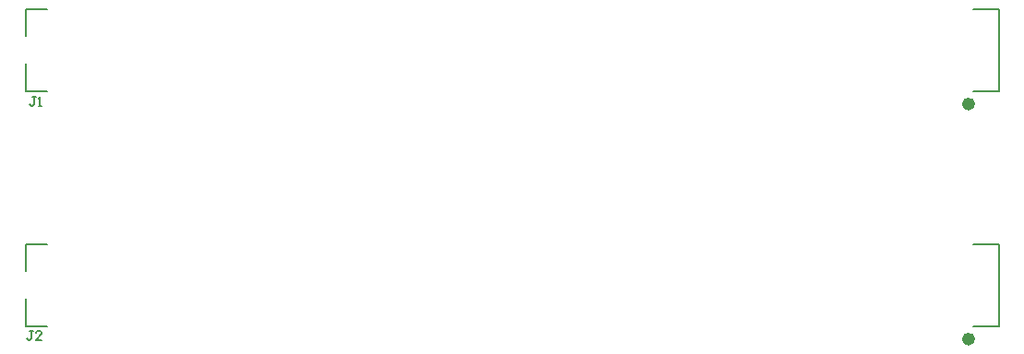
<source format=gto>
%FSLAX25Y25*%
%MOIN*%
G70*
G01*
G75*
G04 Layer_Color=65535*
%ADD10C,0.00700*%
%ADD11C,0.01200*%
%ADD12C,0.01600*%
%ADD13C,0.25000*%
%ADD14C,0.04134*%
%ADD15C,0.08071*%
%ADD16R,0.04134X0.04134*%
%ADD17R,0.03150X0.03347*%
%ADD18R,0.04331X0.05906*%
%ADD19C,0.02000*%
%ADD20C,0.01200*%
%ADD21C,0.02362*%
%ADD22C,0.00787*%
%ADD23C,0.00800*%
D21*
X-25524Y-19579D02*
G03*
X-25524Y-19579I-1181J0D01*
G01*
Y65421D02*
G03*
X-25524Y65421I-1181J0D01*
G01*
D22*
X-367165Y-14843D02*
X-359370D01*
X-367165D02*
Y-5079D01*
Y14685D02*
X-359370D01*
X-367165Y4921D02*
Y14685D01*
X-24902D02*
X-15787D01*
X-24902Y-14843D02*
X-15787D01*
Y14685D01*
X-367165Y70157D02*
X-359370D01*
X-367165D02*
Y79921D01*
Y99685D02*
X-359370D01*
X-367165Y89921D02*
Y99685D01*
X-24902D02*
X-15787D01*
X-24902Y70157D02*
X-15787D01*
Y99685D01*
D23*
X-364467Y-16701D02*
X-365534D01*
X-365001D01*
Y-19367D01*
X-365534Y-19900D01*
X-366067D01*
X-366600Y-19367D01*
X-361268Y-19900D02*
X-363401D01*
X-361268Y-17767D01*
Y-17234D01*
X-361802Y-16701D01*
X-362868D01*
X-363401Y-17234D01*
X-363467Y67899D02*
X-364534D01*
X-364001D01*
Y65233D01*
X-364534Y64700D01*
X-365067D01*
X-365600Y65233D01*
X-362401Y64700D02*
X-361335D01*
X-361868D01*
Y67899D01*
X-362401Y67366D01*
M02*

</source>
